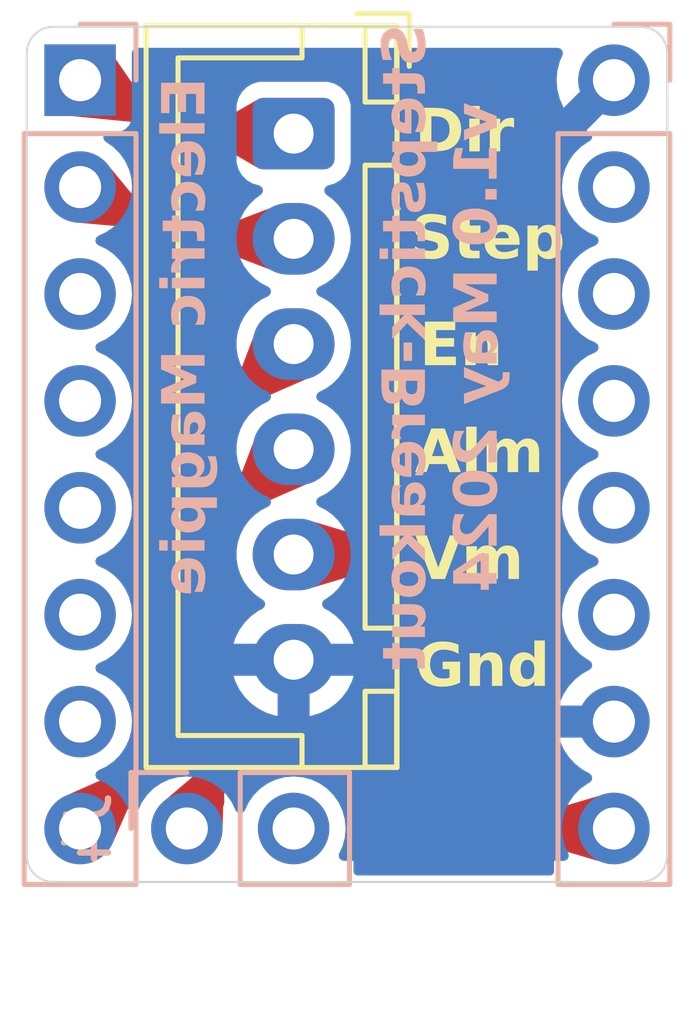
<source format=kicad_pcb>
(kicad_pcb (version 20240108) (generator "pcbnew") (generator_version "8.0")
  (layers (0 "F.Cu" signal) (31 "B.Cu" signal) (34 "B.Paste" user) (35 "F.Paste" user) (36 "B.SilkS" user "B.Silkscreen") (37 "F.SilkS" user "F.Silkscreen") (38 "B.Mask" user) (39 "F.Mask" user) (44 "Edge.Cuts" user))
  (net 0 "")
  (net 1 "/Vio")
  (net 2 "/Vm")
  (net 3 "/GND")
  (net 4 "/Motor 2-A")
  (net 5 "/Motor 2-B")
  (net 6 "/Motor 1-B")
  (net 7 "/Motor 1-A")
  (net 8 "/En")
  (net 9 "/MS1")
  (net 10 "/PDN{slash}UART 1")
  (net 11 "/MS2")
  (net 12 "/SPREAD")
  (net 13 "/Dir")
  (net 14 "/Step")
  (net 15 "/PDN{slash}UART 2")
  (net 16 "/DIAG")
  (net 17 "/INDEX")
  (footprint "Connector_JST:JST_XH_B6B-XH-A_1x06_P2.50mm_Vertical" (layer "F.Cu") (at 107.95 60.96 -90)
    (property "Reference" "J3" (hide yes))
    (property "Value" "Conn_01x06" (hide yes))
    (fp_line (start -2.56 3.51) (end 15.06 3.51) (stroke (width 0.12)) (layer "F.SilkS"))
    (fp_line (start 15.06 3.51) (end 15.06 -2.46) (stroke (width 0.12)) (layer "F.SilkS"))
    (fp_line (start -1.8 2.75) (end 6.25 2.75) (stroke (width 0.12)) (layer "F.SilkS"))
    (fp_line (start 14.3 2.75) (end 6.25 2.75) (stroke (width 0.12)) (layer "F.SilkS"))
    (fp_line (start -2.55 -0.2) (end -1.8 -0.2) (stroke (width 0.12)) (layer "F.SilkS"))
    (fp_line (start -1.8 -0.2) (end -1.8 2.75) (stroke (width 0.12)) (layer "F.SilkS"))
    (fp_line (start 14.3 -0.2) (end 14.3 2.75) (stroke (width 0.12)) (layer "F.SilkS"))
    (fp_line (start 15.05 -0.2) (end 14.3 -0.2) (stroke (width 0.12)) (layer "F.SilkS"))
    (fp_line (start -2.55 -1.7) (end -0.75 -1.7) (stroke (width 0.12)) (layer "F.SilkS"))
    (fp_line (start -0.75 -1.7) (end -0.75 -2.45) (stroke (width 0.12)) (layer "F.SilkS"))
    (fp_line (start 0.75 -1.7) (end 11.75 -1.7) (stroke (width 0.12)) (layer "F.SilkS"))
    (fp_line (start 11.75 -1.7) (end 11.75 -2.45) (stroke (width 0.12)) (layer "F.SilkS"))
    (fp_line (start 13.25 -1.7) (end 15.05 -1.7) (stroke (width 0.12)) (layer "F.SilkS"))
    (fp_line (start 15.05 -1.7) (end 15.05 -2.45) (stroke (width 0.12)) (layer "F.SilkS"))
    (fp_line (start -2.55 -2.45) (end -2.55 -1.7) (stroke (width 0.12)) (layer "F.SilkS"))
    (fp_line (start -0.75 -2.45) (end -2.55 -2.45) (stroke (width 0.12)) (layer "F.SilkS"))
    (fp_line (start 0.75 -2.45) (end 0.75 -1.7) (stroke (width 0.12)) (layer "F.SilkS"))
    (fp_line (start 11.75 -2.45) (end 0.75 -2.45) (stroke (width 0.12)) (layer "F.SilkS"))
    (fp_line (start 13.25 -2.45) (end 13.25 -1.7) (stroke (width 0.12)) (layer "F.SilkS"))
    (fp_line (start 15.05 -2.45) (end 13.25 -2.45) (stroke (width 0.12)) (layer "F.SilkS"))
    (fp_line (start -2.56 -2.46) (end -2.56 3.51) (stroke (width 0.12)) (layer "F.SilkS"))
    (fp_line (start 15.06 -2.46) (end -2.56 -2.46) (stroke (width 0.12)) (layer "F.SilkS"))
    (fp_line (start -2.85 -2.75) (end -2.85 -1.5) (stroke (width 0.12)) (layer "F.SilkS"))
    (fp_line (start -1.6 -2.75) (end -2.85 -2.75) (stroke (width 0.12)) (layer "F.SilkS"))
    (pad "1" thru_hole roundrect (at 0 0 270) (size 1.7 1.95) (drill 0.95) (layers "*.Cu" "*.Mask") (roundrect_rratio 0.147059) (net 13 "/Dir"))
    (pad "2" thru_hole oval (at 2.5 0 270) (size 1.7 1.95) (drill 0.95) (layers "*.Cu" "*.Mask") (net 14 "/Step"))
    (pad "3" thru_hole oval (at 5 0 270) (size 1.7 1.95) (drill 0.95) (layers "*.Cu" "*.Mask") (net 8 "/En"))
    (pad "4" thru_hole oval (at 7.5 0 270) (size 1.7 1.95) (drill 0.95) (layers "*.Cu" "*.Mask") (net 16 "/DIAG"))
    (pad "5" thru_hole oval (at 10 0 270) (size 1.7 1.95) (drill 0.95) (layers "*.Cu" "*.Mask") (net 2 "/Vm"))
    (pad "6" thru_hole oval (at 12.5 0 270) (size 1.7 1.95) (drill 0.95) (layers "*.Cu" "*.Mask") (net 3 "/GND"))
  )
  (footprint "Connector_PinHeader_2.54mm:PinHeader_1x08_P2.54mm_Vertical" (layer "B.Cu") (at 115.57 59.69 180)
    (property "Reference" "J1" (hide yes))
    (property "Value" "Conn_01x08" (hide yes))
    (fp_line (start 1.33 -1.27) (end -1.33 -1.27) (stroke (width 0.12)) (layer "B.SilkS"))
    (fp_line (start 1.33 -19.11) (end 1.33 -1.27) (stroke (width 0.12)) (layer "B.SilkS"))
    (fp_line (start 1.33 -19.11) (end -1.33 -19.11) (stroke (width 0.12)) (layer "B.SilkS"))
    (fp_line (start 0 1.33) (end -1.33 1.33) (stroke (width 0.12)) (layer "B.SilkS"))
    (fp_line (start -1.33 1.33) (end -1.33 0) (stroke (width 0.12)) (layer "B.SilkS"))
    (fp_line (start -1.33 -19.11) (end -1.33 -1.27) (stroke (width 0.12)) (layer "B.SilkS"))
    (pad "1" thru_hole circle (at 0 0 180) (size 1.7 1.7) (drill 1) (layers "*.Cu" "*.Mask") (net 3 "/GND"))
    (pad "2" thru_hole oval (at 0 -2.54 180) (size 1.7 1.7) (drill 1) (layers "*.Cu" "*.Mask") (net 1 "/Vio"))
    (pad "3" thru_hole oval (at 0 -5.08 180) (size 1.7 1.7) (drill 1) (layers "*.Cu" "*.Mask") (net 6 "/Motor 1-B"))
    (pad "4" thru_hole oval (at 0 -7.62 180) (size 1.7 1.7) (drill 1) (layers "*.Cu" "*.Mask") (net 7 "/Motor 1-A"))
    (pad "5" thru_hole oval (at 0 -10.16 180) (size 1.7 1.7) (drill 1) (layers "*.Cu" "*.Mask") (net 4 "/Motor 2-A"))
    (pad "6" thru_hole oval (at 0 -12.7 180) (size 1.7 1.7) (drill 1) (layers "*.Cu" "*.Mask") (net 5 "/Motor 2-B"))
    (pad "7" thru_hole oval (at 0 -15.24 180) (size 1.7 1.7) (drill 1) (layers "*.Cu" "*.Mask") (net 3 "/GND"))
    (pad "8" thru_hole oval (at 0 -17.78 180) (size 1.7 1.7) (drill 1) (layers "*.Cu" "*.Mask") (net 2 "/Vm"))
  )
  (footprint "Connector_PinHeader_2.54mm:PinHeader_1x08_P2.54mm_Vertical" (layer "B.Cu") (at 102.87 59.69 180)
    (property "Reference" "J2" (hide yes))
    (property "Value" "Conn_01x08" (hide yes))
    (fp_line (start 1.33 -1.27) (end -1.33 -1.27) (stroke (width 0.12)) (layer "B.SilkS"))
    (fp_line (start 1.33 -19.11) (end 1.33 -1.27) (stroke (width 0.12)) (layer "B.SilkS"))
    (fp_line (start 1.33 -19.11) (end -1.33 -19.11) (stroke (width 0.12)) (layer "B.SilkS"))
    (fp_line (start 0 1.33) (end -1.33 1.33) (stroke (width 0.12)) (layer "B.SilkS"))
    (fp_line (start -1.33 1.33) (end -1.33 0) (stroke (width 0.12)) (layer "B.SilkS"))
    (fp_line (start -1.33 -19.11) (end -1.33 -1.27) (stroke (width 0.12)) (layer "B.SilkS"))
    (pad "1" thru_hole rect (at 0 0 180) (size 1.7 1.7) (drill 1) (layers "*.Cu" "*.Mask") (net 13 "/Dir"))
    (pad "2" thru_hole oval (at 0 -2.54 180) (size 1.7 1.7) (drill 1) (layers "*.Cu" "*.Mask") (net 14 "/Step"))
    (pad "3" thru_hole oval (at 0 -5.08 180) (size 1.7 1.7) (drill 1) (layers "*.Cu" "*.Mask") (net 10 "/PDN{slash}UART 1"))
    (pad "4" thru_hole oval (at 0 -7.62 180) (size 1.7 1.7) (drill 1) (layers "*.Cu" "*.Mask") (net 15 "/PDN{slash}UART 2"))
    (pad "5" thru_hole oval (at 0 -10.16 180) (size 1.7 1.7) (drill 1) (layers "*.Cu" "*.Mask") (net 12 "/SPREAD"))
    (pad "6" thru_hole oval (at 0 -12.7 180) (size 1.7 1.7) (drill 1) (layers "*.Cu" "*.Mask") (net 9 "/MS1"))
    (pad "7" thru_hole oval (at 0 -15.24 180) (size 1.7 1.7) (drill 1) (layers "*.Cu" "*.Mask") (net 11 "/MS2"))
    (pad "8" thru_hole oval (at 0 -17.78 180) (size 1.7 1.7) (drill 1) (layers "*.Cu" "*.Mask") (net 8 "/En"))
  )
  (footprint "LOGO" (layer "B.Cu") (at 111.76 76.2 180)
    (property "Reference" "G***" (hide yes))
    (property "Value" "LOGO" (hide yes))
  )
  (footprint "Connector_PinHeader_2.54mm:PinHeader_1x02_P2.54mm_Vertical" (layer "B.Cu") (at 105.41 77.47 -90)
    (property "Reference" "J4" (at 0 2.33 90) (layer "B.SilkS") (effects (justify mirror)))
    (property "Value" "Conn_01x02")
    (fp_line (start -1.33 1.33) (end -1.33 0) (stroke (width 0.12)) (layer "B.SilkS"))
    (fp_line (start 0 1.33) (end -1.33 1.33) (stroke (width 0.12)) (layer "B.SilkS"))
    (fp_line (start 1.33 -1.27) (end -1.33 -1.27) (stroke (width 0.12)) (layer "B.SilkS"))
    (fp_line (start -1.33 -3.87) (end -1.33 -1.27) (stroke (width 0.12)) (layer "B.SilkS"))
    (fp_line (start 1.33 -3.87) (end 1.33 -1.27) (stroke (width 0.12)) (layer "B.SilkS"))
    (fp_line (start 1.33 -3.87) (end -1.33 -3.87) (stroke (width 0.12)) (layer "B.SilkS"))
    (pad "1" thru_hole circle (at 0 0 270) (size 1.7 1.7) (drill 1) (layers "*.Cu" "*.Mask") (net 16 "/DIAG"))
    (pad "2" thru_hole oval (at 0 -2.54 270) (size 1.7 1.7) (drill 1) (layers "*.Cu" "*.Mask") (net 17 "/INDEX"))
  )
  (gr_rect (start 109.474 73.914) (end 114.046 78.486) (stroke (width 0.2)) (fill solid) (layer "B.Cu") (net 3))
  (gr_arc (start 101.6 59.055) (mid 101.785987 58.605987) (end 102.235 58.42) (stroke (width 0.05)) (layer "Edge.Cuts"))
  (gr_line (start 101.6 59.055) (end 101.6 78.105) (stroke (width 0.05)) (layer "Edge.Cuts"))
  (gr_arc (start 116.84 78.105) (mid 116.654013 78.554013) (end 116.205 78.74) (stroke (width 0.05)) (layer "Edge.Cuts"))
  (gr_arc (start 102.235 78.74) (mid 101.785987 78.554013) (end 101.6 78.105) (stroke (width 0.05)) (layer "Edge.Cuts"))
  (gr_line (start 116.84 78.105) (end 116.84 59.055) (stroke (width 0.05)) (layer "Edge.Cuts"))
  (gr_arc (start 116.205 58.42) (mid 116.654013 58.605987) (end 116.84 59.055) (stroke (width 0.05)) (layer "Edge.Cuts"))
  (gr_line (start 102.235 78.74) (end 116.205 78.74) (stroke (width 0.05)) (layer "Edge.Cuts"))
  (gr_line (start 116.205 58.42) (end 102.235 58.42) (stroke (width 0.05)) (layer "Edge.Cuts"))
  (gr_text "Electric Magpie" (at 105.41 65.786 90) (layer "B.SilkS") (effects (font (size 1.016 1.016) (thickness 0.254) (bold yes)) (justify mirror)))
  (gr_text "Stepstick-Breakout\nv1.0 May 2024" (at 111.506 66.04 90) (layer "B.SilkS") (effects (font (size 1.016 1.016) (thickness 0.254) (bold yes)) (justify mirror)))
  (gr_text "En" (at 111.935088 66.04 0) (layer "F.SilkS") (effects (font (size 1.016 1.016) (thickness 0.254) (bold yes))))
  (gr_text "Step" (at 112.567376 63.5 0) (layer "F.SilkS") (effects (font (size 1.016 1.016) (thickness 0.254) (bold yes))))
  (gr_text "Dir" (at 112.014 60.96 0) (layer "F.SilkS") (effects (font (size 1.016 1.016) (thickness 0.254) (bold yes))))
  (gr_text "Gnd" (at 112.448264 73.66 0) (layer "F.SilkS") (effects (font (size 1.016 1.016) (thickness 0.254) (bold yes))))
  (gr_text "Vm" (at 112.133112 71.12 0) (layer "F.SilkS") (effects (font (size 1.016 1.016) (thickness 0.254) (bold yes))))
  (gr_text "Alm" (at 112.369848 68.58 0) (layer "F.SilkS") (effects (font (size 1.016 1.016) (thickness 0.254) (bold yes))))
  (segment (start 111.76 72.39) (end 111.76 76.2) (width 0.762) (layer "F.Cu") (net 2))
  (segment (start 110.33 70.96) (end 111.76 72.39) (width 0.762) (layer "F.Cu") (net 2))
  (segment (start 111.76 76.2) (end 113.03 77.47) (width 0.762) (layer "F.Cu") (net 2))
  (segment (start 113.03 77.47) (end 115.57 77.47) (width 0.762) (layer "F.Cu") (net 2))
  (segment (start 107.95 70.96) (end 110.33 70.96) (width 0.762) (layer "F.Cu") (net 2))
  (segment (start 102.87 77.47) (end 104.775 75.565) (width 0.508) (layer "F.Cu") (net 8))
  (segment (start 104.775 75.565) (end 104.775 69.135) (width 0.508) (layer "F.Cu") (net 8))
  (segment (start 104.775 69.135) (end 107.95 65.96) (width 0.508) (layer "F.Cu") (net 8))
  (segment (start 102.87 59.69) (end 103.505 59.69) (width 0.508) (layer "F.Cu") (net 13))
  (segment (start 103.505 59.69) (end 104.775 60.96) (width 0.508) (layer "F.Cu") (net 13))
  (segment (start 104.775 60.96) (end 107.95 60.96) (width 0.508) (layer "F.Cu") (net 13))
  (segment (start 102.87 62.23) (end 103.505 62.23) (width 0.508) (layer "F.Cu") (net 14))
  (segment (start 103.505 62.23) (end 104.735 63.46) (width 0.508) (layer "F.Cu") (net 14))
  (segment (start 104.735 63.46) (end 107.95 63.46) (width 0.508) (layer "F.Cu") (net 14))
  (segment (start 106.045 76.835) (end 106.045 70.365) (width 0.508) (layer "F.Cu") (net 16))
  (segment (start 106.045 70.365) (end 107.95 68.46) (width 0.508) (layer "F.Cu") (net 16))
  (segment (start 105.41 77.47) (end 106.045 76.835) (width 0.508) (layer "F.Cu") (net 16))
  (zone (net 3) (net_name "/GND") (layer "B.Cu") (name "GND") (priority 1) (connect_pads (clearance 0.381)) (min_thickness 0.254) (fill yes (thermal_gap 0.508) (thermal_bridge_width 0.762) (smoothing fillet) (radius 0.254))
    (polygon (pts (xy 100.965 57.785) (xy 117.475 57.785) (xy 117.475 79.375) (xy 100.965 79.375)))
  )
)
</source>
